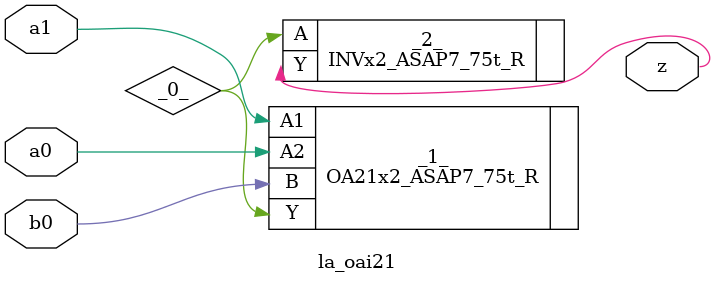
<source format=v>

/* Generated by Yosys 0.37 (git sha1 a5c7f69ed, clang 14.0.0-1ubuntu1.1 -fPIC -Os) */

module la_oai21(a0, a1, b0, z);
  wire _0_;
  input a0;
  wire a0;
  input a1;
  wire a1;
  input b0;
  wire b0;
  output z;
  wire z;
  OA21x2_ASAP7_75t_R _1_ (
    .A1(a1),
    .A2(a0),
    .B(b0),
    .Y(_0_)
  );
  INVx2_ASAP7_75t_R _2_ (
    .A(_0_),
    .Y(z)
  );
endmodule

</source>
